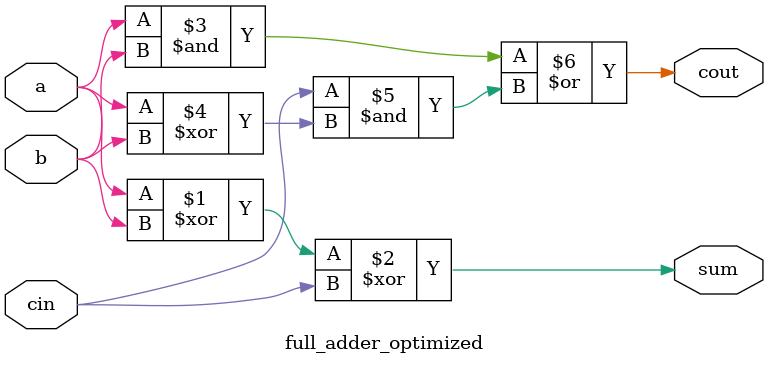
<source format=v>
module full_adder_optimized(
    input a, b, cin,
    output sum, cout
);

assign sum = a ^ b ^ cin;
assign cout = (a & b) | (cin & (a ^ b));  // Simplified cout

endmodule

</source>
